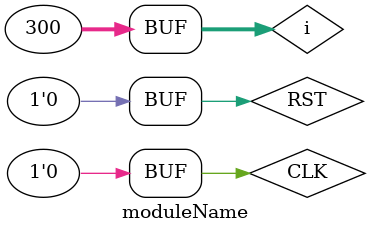
<source format=v>
module moduleName ();

reg CLK;
wire [31:0] OUT;
reg RST;
integer i;
SingleCpu SingleCpu1 (.CLK(CLK), .RST(RST), .OUT(OUT));

initial begin
    RST = 1;
    CLK = 0;
    #5;
    CLK = 1;
    #5
    RST = 0;
    CLK = 0;
    #5
    for(i=0; i<300; i=i+1) begin
        CLK = 1;
        #5
        CLK = 0;
        #5;
    end


end


// always begin
//     #6 CLK=0;
//     #4 CLK=1;
// end

    
endmodule
</source>
